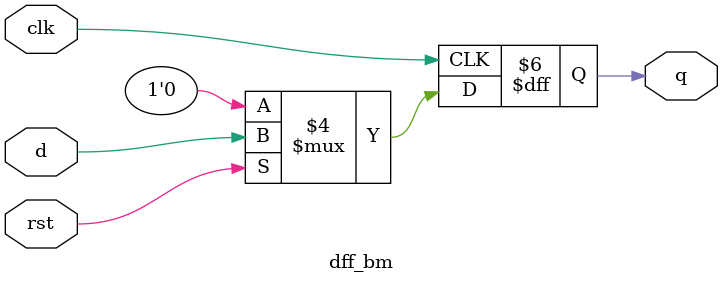
<source format=v>
module dff_bm (input clk,d,rst,output reg q );
	always @ (posedge clk)
	begin
		if(!rst)
			q<=1'b0;
		else
			q<=d;
	end	
endmodule 
</source>
